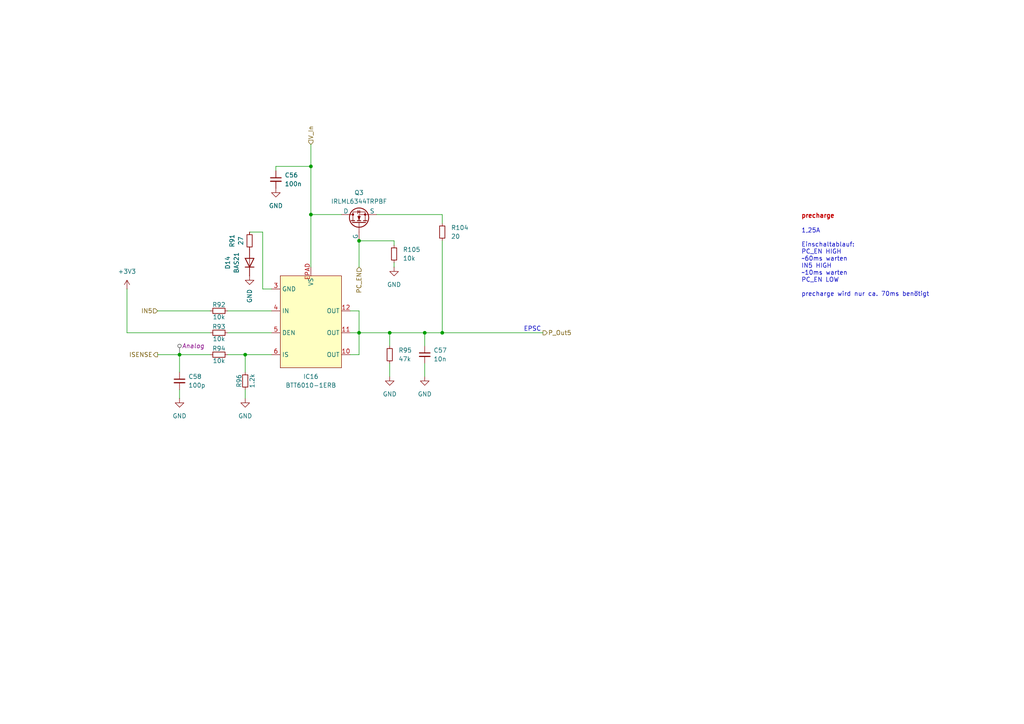
<source format=kicad_sch>
(kicad_sch (version 20231120) (generator "eeschema") (generator_version "8.0")
  (paper "A4")
  (title_block (title "PDU FT25") (date "2024-11-18") (rev "V1.0") (company "Janek Herm") (comment 1 "FaSTTUBe Electronics"))
  (lib_symbols
    (symbol "Device:C_Small" (pin_numbers hide) (pin_names (offset 0.254) hide)
      (property "Reference" "C" (at 0.254 1.778 0))
      (property "Value" "C_Small" (at 0.254 -2.032 0))
      (symbol "C_Small_0_1"
        (polyline (pts (xy -1.524 -0.508) (xy 1.524 -0.508)) (stroke (width 0.3302)))
        (polyline (pts (xy -1.524 0.508) (xy 1.524 0.508)) (stroke (width 0.3048)))
      )
      (symbol "C_Small_1_1"
        (pin passive line (at 0 2.54 270) (length 2.032) (name "~") (number "1"))
        (pin passive line (at 0 -2.54 90) (length 2.032) (name "~") (number "2"))
      )
    )
    (symbol "Device:R_Small" (pin_numbers hide) (pin_names (offset 0.254) hide)
      (property "Reference" "R" (at 0.762 0.508 0))
      (property "Value" "R_Small" (at 0.762 -1.016 0))
      (symbol "R_Small_0_1"
        (rectangle (start -0.762 1.778) (end 0.762 -1.778) (stroke (width 0.2032)))
      )
      (symbol "R_Small_1_1"
        (pin passive line (at 0 2.54 270) (length 0.762) (name "~") (number "1"))
        (pin passive line (at 0 -2.54 90) (length 0.762) (name "~") (number "2"))
      )
    )
    (symbol "Diode:BAS21" (pin_numbers hide) (pin_names hide)
      (property "Reference" "D" (at 0 2.54 0))
      (property "Value" "BAS21" (at 0 -2.54 0))
      (symbol "BAS21_0_1"
        (polyline (pts (xy -1.27 1.27) (xy -1.27 -1.27)) (stroke (width 0.254)))
        (polyline (pts (xy 1.27 0) (xy -1.27 0)))
        (polyline (pts (xy 1.27 1.27) (xy 1.27 -1.27) (xy -1.27 0) (xy 1.27 1.27)) (stroke (width 0.254)))
      )
      (symbol "BAS21_1_1"
        (pin passive line (at 3.81 0 180) (length 2.54) (name "A") (number "1"))
        (pin no_connect line (at -1.27 0 0) (length 2.54) hide (name "NC") (number "2"))
        (pin passive line (at -3.81 0 0) (length 2.54) (name "K") (number "3"))
      )
    )
    (symbol "FaSTTUBe_Power-Switches:BTT6010-1ERB"
      (property "Reference" "IC" (at 0.254 -28.956 0))
      (property "Value" "BTT6010-1ERB" (at 0.508 -30.734 0))
      (symbol "BTT6010-1ERB_1_1"
        (rectangle (start -8.89 -1.27) (end 8.89 -27.94) (fill (type background)))
        (pin passive line (at 11.43 -24.13 180) (length 2.54) (name "OUT") (number "10"))
        (pin passive line (at 11.43 -17.78 180) (length 2.54) (name "OUT") (number "11"))
        (pin power_out line (at 11.43 -11.43 180) (length 2.54) (name "OUT") (number "12"))
        (pin output line (at -11.43 -5.08 0) (length 2.54) (name "GND") (number "3"))
        (pin input line (at -11.43 -11.43 0) (length 2.54) (name "IN") (number "4"))
        (pin input line (at -11.43 -17.78 0) (length 2.54) (name "DEN") (number "5"))
        (pin output line (at -11.43 -24.13 0) (length 2.54) (name "IS") (number "6"))
        (pin input line (at 0 1.27 270) (length 2.54) (name "VS") (number "EPAD"))
      )
    )
    (symbol "Simulation_SPICE:NMOS" (pin_numbers hide) (pin_names (offset 0))
      (property "Reference" "Q" (at 5.08 1.27 0))
      (property "Value" "NMOS" (at 5.08 -1.27 0))
      (symbol "NMOS_0_1"
        (polyline (pts (xy 0.254 0) (xy -2.54 0)))
        (polyline (pts (xy 0.254 1.905) (xy 0.254 -1.905)) (stroke (width 0.254)))
        (polyline (pts (xy 0.762 -1.27) (xy 0.762 -2.286)) (stroke (width 0.254)))
        (polyline (pts (xy 0.762 0.508) (xy 0.762 -0.508)) (stroke (width 0.254)))
        (polyline (pts (xy 0.762 2.286) (xy 0.762 1.27)) (stroke (width 0.254)))
        (polyline (pts (xy 2.54 2.54) (xy 2.54 1.778)))
        (polyline (pts (xy 2.54 -2.54) (xy 2.54 0) (xy 0.762 0)))
        (polyline (pts (xy 0.762 -1.778) (xy 3.302 -1.778) (xy 3.302 1.778) (xy 0.762 1.778)))
        (polyline (pts (xy 1.016 0) (xy 2.032 0.381) (xy 2.032 -0.381) (xy 1.016 0)) (fill (type outline)))
        (polyline (pts (xy 2.794 0.508) (xy 2.921 0.381) (xy 3.683 0.381) (xy 3.81 0.254)))
        (polyline (pts (xy 3.302 0.381) (xy 2.921 -0.254) (xy 3.683 -0.254) (xy 3.302 0.381)))
        (circle (center 1.651 0) (radius 2.794) (stroke (width 0.254)))
        (circle (center 2.54 -1.778) (radius 0.254) (fill (type outline)))
        (circle (center 2.54 1.778) (radius 0.254) (fill (type outline)))
      )
      (symbol "NMOS_1_1"
        (pin passive line (at 2.54 5.08 270) (length 2.54) (name "D") (number "1"))
        (pin input line (at -5.08 0 0) (length 2.54) (name "G") (number "2"))
        (pin passive line (at 2.54 -5.08 90) (length 2.54) (name "S") (number "3"))
      )
    )
    (symbol "power:+3.3V" (power) (pin_numbers hide) (pin_names (offset 0) hide)
      (property "Value" "+3.3V" (at 0 3.556 0))
      (symbol "+3.3V_0_1"
        (polyline (pts (xy -0.762 1.27) (xy 0 2.54)))
        (polyline (pts (xy 0 0) (xy 0 2.54)))
        (polyline (pts (xy 0 2.54) (xy 0.762 1.27)))
      )
      (symbol "+3.3V_1_1"
        (pin power_in line (at 0 0 90) (length 0) (name "~") (number "1"))
      )
    )
    (symbol "power:GND" (power) (pin_numbers hide) (pin_names (offset 0) hide)
      (property "Value" "GND" (at 0 -3.81 0))
      (symbol "GND_0_1"
        (polyline (pts (xy 0 0) (xy 0 -1.27) (xy 1.27 -1.27) (xy 0 -2.54) (xy -1.27 -1.27) (xy 0 -1.27)))
      )
      (symbol "GND_1_1"
        (pin power_in line (at 0 0 270) (length 0) (name "~") (number "1"))
      )
    )
  )
  (junction (at 71.12 102.87))
  (junction (at 104.14 69.85))
  (junction (at 90.17 62.23))
  (junction (at 113.03 96.52))
  (junction (at 128.27 96.52))
  (junction (at 52.07 102.87))
  (junction (at 90.17 48.26))
  (junction (at 123.19 96.52))
  (junction (at 104.14 96.52))
  (wire (pts (xy 128.27 62.23) (xy 128.27 64.77)))
  (wire (pts (xy 66.04 102.87) (xy 71.12 102.87)))
  (wire (pts (xy 76.2 67.31) (xy 72.39 67.31)))
  (wire (pts (xy 66.04 96.52) (xy 78.74 96.52)))
  (wire (pts (xy 90.17 62.23) (xy 99.06 62.23)))
  (wire (pts (xy 128.27 69.85) (xy 128.27 96.52)))
  (wire (pts (xy 104.14 69.85) (xy 104.14 77.47)))
  (wire (pts (xy 114.3 77.47) (xy 114.3 76.2)))
  (wire (pts (xy 114.3 69.85) (xy 114.3 71.12)))
  (wire (pts (xy 113.03 105.41) (xy 113.03 109.22)))
  (wire (pts (xy 109.22 62.23) (xy 128.27 62.23)))
  (wire (pts (xy 45.72 90.17) (xy 60.96 90.17)))
  (wire (pts (xy 52.07 102.87) (xy 52.07 107.95)))
  (wire (pts (xy 36.83 96.52) (xy 36.83 83.82)))
  (wire (pts (xy 45.72 102.87) (xy 52.07 102.87)))
  (wire (pts (xy 113.03 96.52) (xy 123.19 96.52)))
  (wire (pts (xy 128.27 96.52) (xy 157.48 96.52)))
  (wire (pts (xy 66.04 90.17) (xy 78.74 90.17)))
  (wire (pts (xy 52.07 113.03) (xy 52.07 115.57)))
  (wire (pts (xy 113.03 96.52) (xy 113.03 100.33)))
  (wire (pts (xy 90.17 41.91) (xy 90.17 48.26)))
  (wire (pts (xy 90.17 48.26) (xy 90.17 62.23)))
  (wire (pts (xy 123.19 96.52) (xy 123.19 100.33)))
  (wire (pts (xy 104.14 90.17) (xy 104.14 96.52)))
  (wire (pts (xy 101.6 96.52) (xy 104.14 96.52)))
  (wire (pts (xy 104.14 96.52) (xy 113.03 96.52)))
  (wire (pts (xy 104.14 102.87) (xy 104.14 96.52)))
  (wire (pts (xy 114.3 69.85) (xy 104.14 69.85)))
  (wire (pts (xy 101.6 102.87) (xy 104.14 102.87)))
  (wire (pts (xy 52.07 102.87) (xy 60.96 102.87)))
  (wire (pts (xy 90.17 62.23) (xy 90.17 77.47)))
  (wire (pts (xy 123.19 105.41) (xy 123.19 109.22)))
  (wire (pts (xy 123.19 96.52) (xy 128.27 96.52)))
  (wire (pts (xy 80.01 48.26) (xy 80.01 49.53)))
  (wire (pts (xy 101.6 90.17) (xy 104.14 90.17)))
  (wire (pts (xy 71.12 102.87) (xy 71.12 107.95)))
  (wire (pts (xy 36.83 96.52) (xy 60.96 96.52)))
  (wire (pts (xy 71.12 113.03) (xy 71.12 115.57)))
  (wire (pts (xy 80.01 48.26) (xy 90.17 48.26)))
  (wire (pts (xy 76.2 67.31) (xy 76.2 83.82)))
  (wire (pts (xy 76.2 83.82) (xy 78.74 83.82)))
  (wire (pts (xy 71.12 102.87) (xy 78.74 102.87)))
  (text "precharge" (at 237.236 62.738 0) (effects (font (size 1.27 1.27) (thickness 0.254) (bold yes))))
  (text "1,25A\n\nEinschaltablauf:\nPC_EN HIGH\n~60ms warten\nIN5 HIGH\n~10ms warten\nPC_EN LOW\n\nprecharge wird nur ca. 70ms benötigt" (at 232.41 76.2 0) (effects (font (size 1.27 1.27)) (justify left)))
  (text "EPSC" (at 154.432 95.504 0) (effects (font (size 1.27 1.27))))
  (hierarchical_label "IN5" (shape input) (at 45.72 90.17 180))
  (hierarchical_label "P_Out5" (shape output) (at 157.48 96.52 0))
  (hierarchical_label "ISENSE" (shape output) (at 45.72 102.87 180))
  (hierarchical_label "V_In" (shape input) (at 90.17 41.91 90))
  (hierarchical_label "PC_EN" (shape input) (at 104.14 77.47 270))
  (netclass_flag "" (length 2.54) (shape round) (at 52.07 102.87 0) (property "Netclass" "Analog" (at 52.7685 100.33 0) (effects (font (italic yes)) (justify left))))
  (symbol (lib_id "FaSTTUBe_Power-Switches:BTT6010-1ERB") (at 90.17 78.74 0) (unit 1)
    (property "Reference" "IC16" (at 90.17 109.22 0))
    (property "Value" "BTT6010-1ERB" (at 90.17 111.76 0))
    (property "Footprint" "BTT6010-1ERB:SOIC14_BTT6010-1ERB_INF" (effects (hide yes)))
    (property "Datasheet" "https://www.infineon.com/dgdl/Infineon-BTT6010-1ERB-DS-v01_00-EN.pdf?fileId=5546d46269e1c019016a21e80b080d7a" (effects (hide yes)))
  )
  (symbol (lib_id "power:GND") (at 72.39 80.01 0) (unit 1)
    (property "Reference" "#PWR0122" (effects (hide yes)))
    (property "Value" "GND" (at 72.3899 83.82 90) (effects (justify right)))
    (property "Description" "Power symbol creates a global label with name \"GND\" , ground" (effects (hide yes)))
  )
  (symbol (lib_id "power:+3.3V") (at 36.83 83.82 0) (unit 1)
    (property "Reference" "#PWR0123" (effects (hide yes)))
    (property "Value" "+3V3" (at 36.83 78.74 0))
    (property "Description" "Power symbol creates a global label with name \"+3.3V\"" (effects (hide yes)))
  )
  (symbol (lib_id "power:GND") (at 80.01 54.61 0) (unit 1)
    (property "Reference" "#PWR0121" (effects (hide yes)))
    (property "Value" "GND" (at 80.01 59.69 0))
    (property "Description" "Power symbol creates a global label with name \"GND\" , ground" (effects (hide yes)))
  )
  (symbol (lib_id "Device:R_Small") (at 63.5 102.87 270) (unit 1)
    (property "Reference" "R94" (at 63.5 101.092 90))
    (property "Value" "10k" (at 63.5 104.648 90))
    (property "Footprint" "Resistor_SMD:R_0603_1608Metric_Pad0.98x0.95mm_HandSolder" (effects (hide yes)))
    (property "Description" "Resistor, small symbol" (effects (hide yes)))
  )
  (symbol (lib_id "Device:R_Small") (at 113.03 102.87 0) (unit 1)
    (property "Reference" "R95" (at 115.57 101.5999 0) (effects (justify left)))
    (property "Value" "47k" (at 115.57 104.1399 0) (effects (justify left)))
    (property "Footprint" "Resistor_SMD:R_0603_1608Metric_Pad0.98x0.95mm_HandSolder" (effects (hide yes)))
    (property "Description" "Resistor, small symbol" (effects (hide yes)))
  )
  (symbol (lib_id "Device:C_Small") (at 52.07 110.49 0) (unit 1)
    (property "Reference" "C58" (at 54.61 109.2262 0) (effects (justify left)))
    (property "Value" "100p" (at 54.61 111.7662 0) (effects (justify left)))
    (property "Footprint" "Capacitor_SMD:C_0603_1608Metric_Pad1.08x0.95mm_HandSolder" (effects (hide yes)))
    (property "Description" "Unpolarized capacitor, small symbol" (effects (hide yes)))
  )
  (symbol (lib_id "Simulation_SPICE:NMOS") (at 104.14 64.77 90) (unit 1)
    (property "Reference" "Q3" (at 104.14 55.88 90))
    (property "Value" "IRLML6344TRPBF" (at 104.14 58.42 90))
    (property "Footprint" "Package_TO_SOT_SMD:SOT-23_Handsoldering" (effects (hide yes)))
    (property "Datasheet" "https://www.mouser.de/datasheet/2/196/Infineon_IRLML6344_DataSheet_v01_01_EN-3363406.pdf" (effects (hide yes)))
    (property "Description" "N-MOSFET transistor, drain/source/gate" (effects (hide yes)))
    (property "Sim.Device" "NMOS" (effects (hide yes)))
    (property "Sim.Type" "VDMOS" (effects (hide yes)))
    (property "Sim.Pins" "1=D 2=G 3=S" (effects (hide yes)))
  )
  (symbol (lib_id "Device:R_Small") (at 72.39 69.85 180) (unit 1)
    (property "Reference" "R91" (at 67.31 69.85 90))
    (property "Value" "27" (at 69.85 69.85 90))
    (property "Footprint" "Resistor_SMD:R_0603_1608Metric_Pad0.98x0.95mm_HandSolder" (effects (hide yes)))
    (property "Description" "Resistor, small symbol" (effects (hide yes)))
  )
  (symbol (lib_id "Device:R_Small") (at 63.5 90.17 270) (unit 1)
    (property "Reference" "R92" (at 63.5 88.392 90))
    (property "Value" "10k" (at 63.5 91.948 90))
    (property "Footprint" "Resistor_SMD:R_0603_1608Metric_Pad0.98x0.95mm_HandSolder" (effects (hide yes)))
    (property "Description" "Resistor, small symbol" (effects (hide yes)))
  )
  (symbol (lib_id "power:GND") (at 114.3 77.47 0) (unit 1)
    (property "Reference" "#PWR0140" (effects (hide yes)))
    (property "Value" "GND" (at 114.3 82.55 0))
    (property "Description" "Power symbol creates a global label with name \"GND\" , ground" (effects (hide yes)))
  )
  (symbol (lib_id "Device:R_Small") (at 71.12 110.49 0) (unit 1)
    (property "Reference" "R96" (at 69.342 110.49 90))
    (property "Value" "1.2k" (at 73.152 110.49 90))
    (property "Footprint" "Resistor_SMD:R_0603_1608Metric_Pad0.98x0.95mm_HandSolder" (effects (hide yes)))
    (property "Description" "Resistor, small symbol" (effects (hide yes)))
  )
  (symbol (lib_id "power:GND") (at 71.12 115.57 0) (unit 1)
    (property "Reference" "#PWR0127" (effects (hide yes)))
    (property "Value" "GND" (at 71.12 120.65 0))
    (property "Description" "Power symbol creates a global label with name \"GND\" , ground" (effects (hide yes)))
  )
  (symbol (lib_id "Device:R_Small") (at 128.27 67.31 0) (unit 1)
    (property "Reference" "R104" (at 130.81 66.0399 0) (effects (justify left)))
    (property "Value" "20" (at 130.81 68.5799 0) (effects (justify left)))
    (property "Footprint" "Resistor_SMD:R_0603_1608Metric_Pad0.98x0.95mm_HandSolder" (effects (hide yes)))
    (property "Description" "Resistor, small symbol" (effects (hide yes)))
  )
  (symbol (lib_id "Device:C_Small") (at 80.01 52.07 0) (unit 1)
    (property "Reference" "C56" (at 82.55 50.8062 0) (effects (justify left)))
    (property "Value" "100n" (at 82.55 53.3462 0) (effects (justify left)))
    (property "Footprint" "Capacitor_SMD:C_0603_1608Metric_Pad1.08x0.95mm_HandSolder" (effects (hide yes)))
    (property "Description" "Unpolarized capacitor, small symbol" (effects (hide yes)))
  )
  (symbol (lib_id "Device:R_Small") (at 114.3 73.66 0) (unit 1)
    (property "Reference" "R105" (at 116.84 72.3899 0) (effects (justify left)))
    (property "Value" "10k" (at 116.84 74.9299 0) (effects (justify left)))
    (property "Description" "Resistor, small symbol" (effects (hide yes)))
  )
  (symbol (lib_id "Diode:BAS21") (at 72.39 76.2 90) (unit 1)
    (property "Reference" "D14" (at 66.04 76.2 0))
    (property "Value" "BAS21" (at 68.58 76.2 0))
    (property "Footprint" "Package_TO_SOT_SMD:SOT-23" (effects (hide yes)))
    (property "Datasheet" "https://www.diodes.com/assets/Datasheets/Ds12004.pdf" (effects (hide yes)))
    (property "Description" "250V, 0.4A, High-speed Switching Diode, SOT-23" (effects (hide yes)))
  )
  (symbol (lib_id "power:GND") (at 52.07 115.57 0) (unit 1)
    (property "Reference" "#PWR0126" (effects (hide yes)))
    (property "Value" "GND" (at 52.07 120.65 0))
    (property "Description" "Power symbol creates a global label with name \"GND\" , ground" (effects (hide yes)))
  )
  (symbol (lib_id "power:GND") (at 113.03 109.22 0) (unit 1)
    (property "Reference" "#PWR0124" (effects (hide yes)))
    (property "Value" "GND" (at 113.03 114.3 0))
    (property "Description" "Power symbol creates a global label with name \"GND\" , ground" (effects (hide yes)))
  )
  (symbol (lib_id "Device:C_Small") (at 123.19 102.87 0) (unit 1)
    (property "Reference" "C57" (at 125.73 101.6062 0) (effects (justify left)))
    (property "Value" "10n" (at 125.73 104.1462 0) (effects (justify left)))
    (property "Footprint" "Capacitor_SMD:C_0603_1608Metric_Pad1.08x0.95mm_HandSolder" (effects (hide yes)))
    (property "Description" "Unpolarized capacitor, small symbol" (effects (hide yes)))
  )
  (symbol (lib_id "power:GND") (at 123.19 109.22 0) (unit 1)
    (property "Reference" "#PWR0125" (effects (hide yes)))
    (property "Value" "GND" (at 123.19 114.3 0))
    (property "Description" "Power symbol creates a global label with name \"GND\" , ground" (effects (hide yes)))
  )
  (symbol (lib_id "Device:R_Small") (at 63.5 96.52 270) (unit 1)
    (property "Reference" "R93" (at 63.5 94.742 90))
    (property "Value" "10k" (at 63.5 98.298 90))
    (property "Footprint" "Resistor_SMD:R_0603_1608Metric_Pad0.98x0.95mm_HandSolder" (effects (hide yes)))
    (property "Description" "Resistor, small symbol" (effects (hide yes)))
  )
)
</source>
